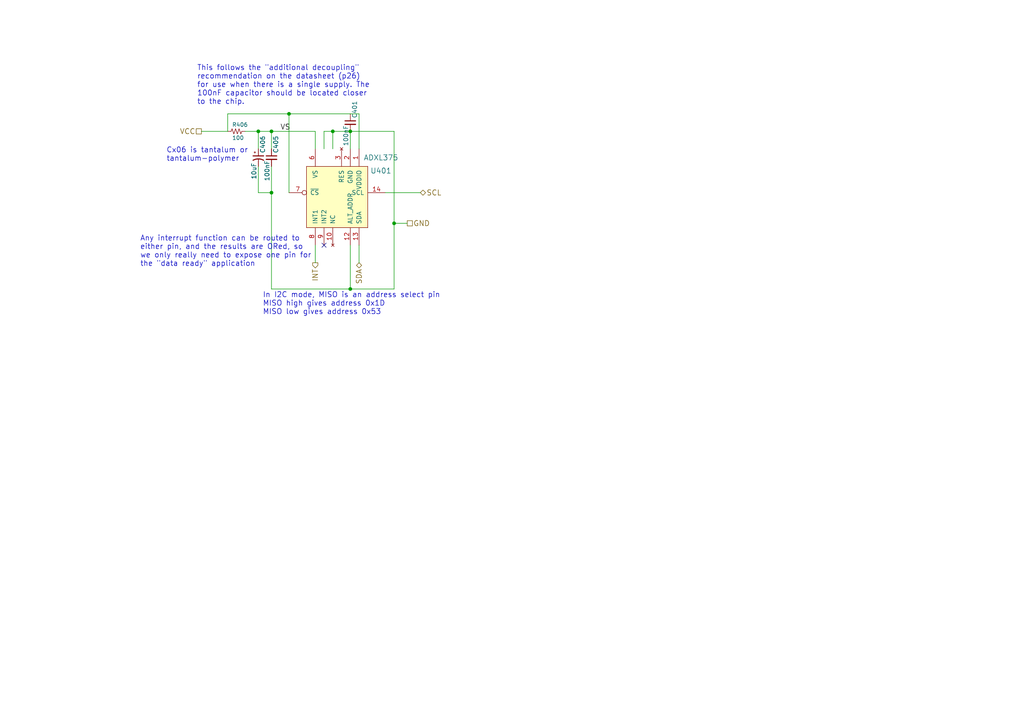
<source format=kicad_sch>
(kicad_sch (version 20211123) (generator eeschema)
  (paper "A4")
  (title_block (title "Rocketometer055") (date "2017-08-12") (rev "0.0") (company "St Kwan's Home for the Terminally ADD"))
  (lib_symbols
    (symbol "Device:C_Polarized_Small_US" (pin_numbers hide) (pin_names (offset 0.254) hide)
      (property "Reference" "C" (at 0.254 1.778 0))
      (property "Value" "C_Polarized_Small_US" (at 0.254 -2.032 0))
      (symbol "C_Polarized_Small_US_0_1"
        (polyline (pts (xy -1.524 0.508) (xy 1.524 0.508)) (stroke (width 0.3048)))
        (polyline (pts (xy -1.27 1.524) (xy -0.762 1.524)))
        (polyline (pts (xy -1.016 1.27) (xy -1.016 1.778)))
        (arc (start 1.524 -0.762) (mid 0 -0.3734) (end -1.524 -0.762) (stroke (width 0.3048)))
      )
      (symbol "C_Polarized_Small_US_1_1"
        (pin passive line (at 0 2.54 270) (length 2.032) (name "~") (number "1"))
        (pin passive line (at 0 -2.54 90) (length 2.032) (name "~") (number "2"))
      )
    )
    (symbol "Device:C_Small" (pin_numbers hide) (pin_names (offset 0.254) hide)
      (property "Reference" "C" (at 0.254 1.778 0))
      (property "Value" "C_Small" (at 0.254 -2.032 0))
      (symbol "C_Small_0_1"
        (polyline (pts (xy -1.524 -0.508) (xy 1.524 -0.508)) (stroke (width 0.3302)))
        (polyline (pts (xy -1.524 0.508) (xy 1.524 0.508)) (stroke (width 0.3048)))
      )
      (symbol "C_Small_1_1"
        (pin passive line (at 0 2.54 270) (length 2.032) (name "~") (number "1"))
        (pin passive line (at 0 -2.54 90) (length 2.032) (name "~") (number "2"))
      )
    )
    (symbol "KwanSystems:ADXL375" (pin_names (offset 1.016))
      (property "Reference" "U401" (at 21.59 6.35 0))
      (property "Value" "ADXL375" (at 21.59 10.16 0))
      (symbol "ADXL375_0_1"
        (rectangle (start 17.78 7.62) (end 0 -10.16) (fill (type background)))
      )
      (symbol "ADXL375_1_1"
        (pin power_in line (at 15.24 12.7 270) (length 5.08) (name "VDDIO") (number "1"))
        (pin no_connect line (at 7.62 -15.24 90) (length 5.08) (name "NC") (number "10"))
        (pin no_connect line (at 10.16 12.7 270) (length 5.08) hide (name "RES") (number "11"))
        (pin input line (at 12.7 -15.24 90) (length 5.08) (name "ALT_ADDR") (number "12"))
        (pin bidirectional line (at 15.24 -15.24 90) (length 5.08) (name "SDA") (number "13"))
        (pin open_collector line (at 22.86 0 180) (length 5.08) (name "SCL") (number "14"))
        (pin power_in line (at 12.7 12.7 270) (length 5.08) (name "GND") (number "2"))
        (pin no_connect line (at 10.16 12.7 270) (length 5.08) (name "RES") (number "3"))
        (pin power_in line (at 12.7 12.7 270) (length 5.08) hide (name "GND") (number "4"))
        (pin power_in line (at 12.7 12.7 270) (length 5.08) hide (name "GND") (number "5"))
        (pin power_in line (at 2.54 12.7 270) (length 5.08) (name "VS") (number "6"))
        (pin bidirectional inverted (at -5.08 0 0) (length 5.08) (name "~{CS}") (number "7"))
        (pin output line (at 2.54 -15.24 90) (length 5.08) (name "INT1") (number "8"))
        (pin output line (at 5.08 -15.24 90) (length 5.08) (name "INT2") (number "9"))
      )
    )
    (symbol "KwanSystems:RESISTOR" (pin_numbers hide) (pin_names (offset 1.016) hide)
      (property "Reference" "R" (at -1.27 1.27 0))
      (property "Value" "RESISTOR" (at -1.27 -2.54 0))
      (symbol "RESISTOR_0_1"
        (polyline (pts (xy 0 0) (xy -0.254 0.762) (xy -0.762 -0.762) (xy -1.27 0.762) (xy -1.524 0)))
        (polyline (pts (xy 0 0) (xy 0.254 -0.762) (xy 0.762 0.762) (xy 1.27 -0.762) (xy 1.524 0)))
      )
      (symbol "RESISTOR_1_1"
        (pin passive line (at -2.54 0 0) (length 0.9906) (name "1") (number "1"))
        (pin passive line (at 2.54 0 180) (length 0.9906) (name "2") (number "2"))
      )
    )
  )
  (junction (at 114.3 64.77))
  (junction (at 83.82 33.02))
  (junction (at 78.74 55.88))
  (junction (at 74.93 38.1))
  (junction (at 101.6 38.1))
  (junction (at 78.74 38.1))
  (junction (at 101.6 83.82))
  (junction (at 96.52 38.1))
  (no_connect (at 93.98 71.12))
  (wire (pts (xy 93.98 38.1) (xy 96.52 38.1)))
  (wire (pts (xy 74.93 55.88) (xy 78.74 55.88)))
  (wire (pts (xy 66.04 33.02) (xy 83.82 33.02)))
  (wire (pts (xy 74.93 38.1) (xy 74.93 43.18)))
  (wire (pts (xy 91.44 38.1) (xy 91.44 43.18)))
  (wire (pts (xy 114.3 64.77) (xy 114.3 83.82)))
  (wire (pts (xy 114.3 64.77) (xy 118.11 64.77)))
  (wire (pts (xy 71.12 38.1) (xy 74.93 38.1)))
  (wire (pts (xy 78.74 38.1) (xy 78.74 43.18)))
  (wire (pts (xy 101.6 38.1) (xy 114.3 38.1)))
  (wire (pts (xy 78.74 83.82) (xy 101.6 83.82)))
  (wire (pts (xy 96.52 38.1) (xy 101.6 38.1)))
  (wire (pts (xy 96.52 43.18) (xy 96.52 38.1)))
  (wire (pts (xy 78.74 48.26) (xy 78.74 55.88)))
  (wire (pts (xy 83.82 33.02) (xy 104.14 33.02)))
  (wire (pts (xy 58.42 38.1) (xy 66.04 38.1)))
  (wire (pts (xy 101.6 71.12) (xy 101.6 83.82)))
  (wire (pts (xy 93.98 38.1) (xy 93.98 43.18)))
  (wire (pts (xy 74.93 38.1) (xy 78.74 38.1)))
  (wire (pts (xy 66.04 38.1) (xy 66.04 33.02)))
  (wire (pts (xy 104.14 33.02) (xy 104.14 43.18)))
  (wire (pts (xy 83.82 55.88) (xy 83.82 33.02)))
  (wire (pts (xy 101.6 83.82) (xy 114.3 83.82)))
  (wire (pts (xy 114.3 38.1) (xy 114.3 64.77)))
  (wire (pts (xy 78.74 38.1) (xy 91.44 38.1)))
  (wire (pts (xy 104.14 71.12) (xy 104.14 76.2)))
  (wire (pts (xy 74.93 48.26) (xy 74.93 55.88)))
  (wire (pts (xy 101.6 43.18) (xy 101.6 38.1)))
  (wire (pts (xy 91.44 71.12) (xy 91.44 76.2)))
  (wire (pts (xy 78.74 55.88) (xy 78.74 83.82)))
  (wire (pts (xy 111.76 55.88) (xy 121.92 55.88)))
  (text "This follows the \"additional decoupling\"\nrecommendation on the datasheet (p26)\nfor use when there is a single supply. The\n100nF capacitor should be located closer \nto the chip." (at 57.15 30.48 0) (effects (font (size 1.524 1.524)) (justify left bottom)))
  (text "Any interrupt function can be routed to\neither pin, and the results are ORed, so\nwe only really need to expose one pin for\nthe \"data ready\" application" (at 40.64 77.47 0) (effects (font (size 1.524 1.524)) (justify left bottom)))
  (text "In I2C mode, MISO is an address select pin\nMISO high gives address 0x1D\nMISO low gives address 0x53\n" (at 76.2 91.44 0) (effects (font (size 1.524 1.524)) (justify left bottom)))
  (text "Cx06 is tantalum or \ntantalum-polymer" (at 48.26 46.99 0) (effects (font (size 1.524 1.524)) (justify left bottom)))
  (label "VS" (at 81.28 38.1 0) (effects (font (size 1.524 1.524))))
  (hierarchical_label "GND" (shape passive) (at 118.11 64.77 0) (effects (font (size 1.524 1.524))))
  (hierarchical_label "SCL" (shape bidirectional) (at 121.92 55.88 0) (effects (font (size 1.524 1.524))))
  (hierarchical_label "VCC" (shape passive) (at 58.42 38.1 180) (effects (font (size 1.524 1.524))))
  (hierarchical_label "INT" (shape output) (at 91.44 76.2 270) (effects (font (size 1.524 1.524))))
  (hierarchical_label "SDA" (shape bidirectional) (at 104.14 76.2 270) (effects (font (size 1.524 1.524))))
  (symbol (lib_id "KwanSystems:RESISTOR") (at 68.58 38.1 0) (unit 1)
    (property "Reference" "R406" (at 67.31 36.83 0) (effects (font (size 1.143 1.143)) (justify left bottom)))
    (property "Value" "100" (at 67.31 40.64 0) (effects (font (size 1.143 1.143)) (justify left bottom)))
    (property "Footprint" "KwanSystems:SMD_0402" (effects hide))
  )
  (symbol (lib_id "Device:C_Small") (at 78.74 45.72 0) (mirror y) (unit 1)
    (property "Reference" "C405" (at 80.01 41.91 90))
    (property "Value" "100nF" (at 77.47 49.53 90))
    (property "Footprint" "KwanSystems:SMD_0603" (effects hide))
  )
  (symbol (lib_id "Device:C_Small") (at 101.6 35.56 0) (mirror y) (unit 1)
    (property "Reference" "C401" (at 102.87 31.75 90))
    (property "Value" "100nF" (at 100.33 39.37 90))
    (property "Footprint" "KwanSystems:SMD_0603" (effects hide))
  )
  (symbol (lib_id "KwanSystems:ADXL375") (at 88.9 55.88 0) (unit 1)
    (property "Reference" "U401" (at 110.49 49.53 0) (effects (font (size 1.524 1.524))))
    (property "Value" "ADXL375" (at 110.49 45.72 0) (effects (font (size 1.524 1.524))))
    (property "Footprint" "KwanSystems:ADXL375" (effects hide))
  )
  (symbol (lib_id "Device:C_Polarized_Small_US") (at 74.93 45.72 0) (unit 1)
    (property "Reference" "C406" (at 76.2 44.45 90) (effects (justify left)))
    (property "Value" "10uF" (at 73.66 52.07 90) (effects (justify left)))
    (property "Footprint" "KwanSystems:SMD_0603_pol" (effects hide))
  )
)
</source>
